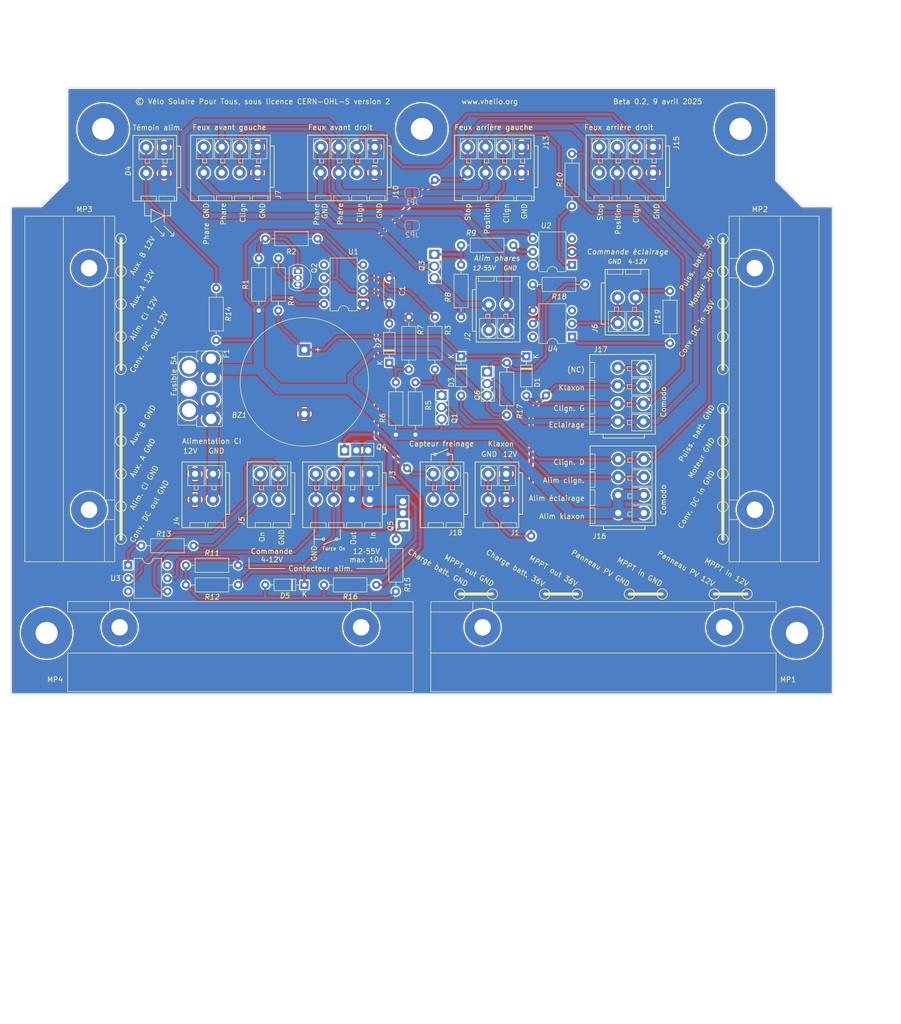
<source format=kicad_pcb>
(kicad_pcb (version 20211014) (generator pcbnew)

  (general
    (thickness 1.6)
  )

  (paper "A4")
  (layers
    (0 "F.Cu" signal)
    (31 "B.Cu" signal)
    (32 "B.Adhes" user "B.Adhesive")
    (33 "F.Adhes" user "F.Adhesive")
    (34 "B.Paste" user)
    (35 "F.Paste" user)
    (36 "B.SilkS" user "B.Silkscreen")
    (37 "F.SilkS" user "F.Silkscreen")
    (38 "B.Mask" user)
    (39 "F.Mask" user)
    (40 "Dwgs.User" user "User.Drawings")
    (41 "Cmts.User" user "User.Comments")
    (42 "Eco1.User" user "User.Eco1")
    (43 "Eco2.User" user "User.Eco2")
    (44 "Edge.Cuts" user)
    (45 "Margin" user)
    (46 "B.CrtYd" user "B.Courtyard")
    (47 "F.CrtYd" user "F.Courtyard")
    (48 "B.Fab" user)
    (49 "F.Fab" user)
    (50 "User.1" user)
    (51 "User.2" user)
    (52 "User.3" user)
    (53 "User.4" user)
    (54 "User.5" user)
    (55 "User.6" user)
    (56 "User.7" user)
    (57 "User.8" user)
    (58 "User.9" user)
  )

  (setup
    (stackup
      (layer "F.SilkS" (type "Top Silk Screen"))
      (layer "F.Paste" (type "Top Solder Paste"))
      (layer "F.Mask" (type "Top Solder Mask") (thickness 0.01))
      (layer "F.Cu" (type "copper") (thickness 0.035))
      (layer "dielectric 1" (type "core") (thickness 1.51) (material "FR4") (epsilon_r 4.5) (loss_tangent 0.02))
      (layer "B.Cu" (type "copper") (thickness 0.035))
      (layer "B.Mask" (type "Bottom Solder Mask") (thickness 0.01))
      (layer "B.Paste" (type "Bottom Solder Paste"))
      (layer "B.SilkS" (type "Bottom Silk Screen"))
      (copper_finish "None")
      (dielectric_constraints no)
    )
    (pad_to_mask_clearance 0)
    (pcbplotparams
      (layerselection 0x00010e0_ffffffff)
      (disableapertmacros false)
      (usegerberextensions false)
      (usegerberattributes true)
      (usegerberadvancedattributes true)
      (creategerberjobfile true)
      (svguseinch false)
      (svgprecision 6)
      (excludeedgelayer true)
      (plotframeref false)
      (viasonmask false)
      (mode 1)
      (useauxorigin false)
      (hpglpennumber 1)
      (hpglpenspeed 20)
      (hpglpendiameter 15.000000)
      (dxfpolygonmode true)
      (dxfimperialunits true)
      (dxfusepcbnewfont true)
      (psnegative false)
      (psa4output false)
      (plotreference true)
      (plotvalue true)
      (plotinvisibletext false)
      (sketchpadsonfab false)
      (subtractmaskfromsilk false)
      (outputformat 1)
      (mirror false)
      (drillshape 0)
      (scaleselection 1)
      (outputdirectory "")
    )
  )

  (net 0 "")
  (net 1 "GND")
  (net 2 "Net-(F1-Pad2)")
  (net 3 "Net-(D1-Pad2)")
  (net 4 "Net-(D3-Pad2)")
  (net 5 "/Phares")
  (net 6 "Net-(J13-Pad4)")
  (net 7 "Net-(J1-Pad2)")
  (net 8 "/Flasher/Out")
  (net 9 "unconnected-(J17-Pad4)")
  (net 10 "/12V_5A")
  (net 11 "Net-(Q1-Pad1)")
  (net 12 "Net-(C1-Pad1)")
  (net 13 "Net-(Q2-Pad1)")
  (net 14 "unconnected-(U1-Pad5)")
  (net 15 "Net-(Q2-Pad2)")
  (net 16 "/Flasher/Enable")
  (net 17 "Net-(Q2-Pad3)")
  (net 18 "Net-(R3-Pad1)")
  (net 19 "Net-(D2-Pad1)")
  (net 20 "/Contacteur Phares/Input")
  (net 21 "/Contacteur Phares/GND")
  (net 22 "/Contacteur Phares/Output")
  (net 23 "Net-(Q3-Pad1)")
  (net 24 "Net-(R9-Pad2)")
  (net 25 "Net-(R10-Pad1)")
  (net 26 "unconnected-(U2-Pad3)")
  (net 27 "unconnected-(U2-Pad6)")
  (net 28 "Net-(D4-Pad2)")
  (net 29 "/Conv12V_In.Vbatt")
  (net 30 "Net-(D5-Pad2)")
  (net 31 "Net-(Q4-Pad1)")
  (net 32 "/Contacteur alim./Input")
  (net 33 "/Contacteur alim./SW_On")
  (net 34 "unconnected-(U3-Pad3)")
  (net 35 "unconnected-(U3-Pad6)")
  (net 36 "/Contacteur alim./GND")
  (net 37 "/Contacteur alim./Cmd_GND")
  (net 38 "/Contacteur alim./Cmd_On")
  (net 39 "Net-(Q5-Pad1)")
  (net 40 "Net-(J6-Pad1)")
  (net 41 "Net-(J6-Pad2)")
  (net 42 "Net-(Q6-Pad1)")
  (net 43 "Net-(R18-Pad2)")
  (net 44 "Net-(R19-Pad1)")
  (net 45 "unconnected-(U4-Pad3)")
  (net 46 "unconnected-(U4-Pad6)")
  (net 47 "Net-(R13-Pad1)")

  (footprint "circuit:Wago_221-500_SplicingConnectorHolder" (layer "F.Cu") (at 95.25 82.55 90))

  (footprint "Resistor_THT:R_Axial_DIN0207_L6.3mm_D2.5mm_P10.16mm_Horizontal" (layer "F.Cu") (at 105.41 113.03))

  (footprint "circuit:MountingHole_5mm" (layer "F.Cu") (at 87 130))

  (footprint "circuit:Buzzer_25x16_12.5" (layer "F.Cu") (at 137.16 74.93 -90))

  (footprint "circuit:TO-251-3_Vertical" (layer "F.Cu") (at 144.97 94.5))

  (footprint "Resistor_THT:R_Axial_DIN0207_L6.3mm_D2.5mm_P10.16mm_Horizontal" (layer "F.Cu") (at 114.08 116.84))

  (footprint "Diode_THT:D_DO-35_SOD27_P7.62mm_Horizontal" (layer "F.Cu") (at 137.16 120.65 180))

  (footprint "circuit:Generic_FuseHolder_MINI" (layer "F.Cu") (at 118.99 76.675 -90))

  (footprint "Resistor_THT:R_Axial_DIN0207_L6.3mm_D2.5mm_P10.16mm_Horizontal" (layer "F.Cu") (at 167.64 68.58 90))

  (footprint "Resistor_THT:R_Axial_DIN0207_L6.3mm_D2.5mm_P10.16mm_Horizontal" (layer "F.Cu") (at 124.24 120.65 180))

  (footprint "circuit:TerminalBlock_Wago_2601-3102_1x02_P3.50mm_Vertical" (layer "F.Cu") (at 119.38 104.06 180))

  (footprint "Resistor_THT:R_Axial_DIN0207_L6.3mm_D2.5mm_P10.16mm_Horizontal" (layer "F.Cu") (at 162.56 68.58 -90))

  (footprint "circuit:MountingHole_5mm" (layer "F.Cu") (at 98 32))

  (footprint "circuit:TerminalBlock_Wago_2601-3104_1x04_P3.50mm_Vertical" (layer "F.Cu") (at 179.4 40.5 180))

  (footprint "Package_DIP:DIP-8_W7.62mm" (layer "F.Cu") (at 148.59 66.04 180))

  (footprint "circuit:TerminalBlock_Wago_2601-3102_1x02_P3.50mm_Vertical" (layer "F.Cu") (at 109.855 40.56 180))

  (footprint "Resistor_THT:R_Axial_DIN0207_L6.3mm_D2.5mm_P10.16mm_Horizontal" (layer "F.Cu") (at 208.28 73.66 90))

  (footprint "circuit:Strap_D2.0mm_Drill1.0mm" (layer "F.Cu") (at 181.27 111.125))

  (footprint "circuit:TerminalBlock_Wago_2601-3104_1x04_P3.50mm_Vertical" (layer "F.Cu") (at 205 40.5 180))

  (footprint "Resistor_THT:R_Axial_DIN0207_L6.3mm_D2.5mm_P10.16mm_Horizontal" (layer "F.Cu") (at 167.64 54.61))

  (footprint "Resistor_THT:R_Axial_DIN0207_L6.3mm_D2.5mm_P10.16mm_Horizontal" (layer "F.Cu") (at 191.77 62.23 180))

  (footprint "circuit:MountingHole_5mm" (layer "F.Cu") (at 222 32))

  (footprint "Diode_THT:D_DO-35_SOD27_P7.62mm_Horizontal" (layer "F.Cu") (at 180.34 76.2 -90))

  (footprint "Resistor_THT:R_Axial_DIN0207_L6.3mm_D2.5mm_P10.16mm_Horizontal" (layer "F.Cu") (at 189.23 46.99 90))

  (footprint "Package_DIP:DIP-6_W7.62mm" (layer "F.Cu") (at 189.23 72.39 180))

  (footprint "circuit:TO-92L_Inline" (layer "F.Cu") (at 135.89 59.69 -90))

  (footprint "circuit:TerminalBlock_Wago_2601-3104_1x04_P3.50mm_Vertical" (layer "F.Cu") (at 128.06 40.5 180))

  (footprint "circuit:TO-251-3_Vertical" (layer "F.Cu") (at 162.44 56.38 -90))

  (footprint "Resistor_THT:R_Axial_DIN0207_L6.3mm_D2.5mm_P10.16mm_Horizontal" (layer "F.Cu") (at 157.48 78.74 90))

  (footprint "Resistor_THT:R_Axial_DIN0207_L6.3mm_D2.5mm_P10.16mm_Horizontal" (layer "F.Cu") (at 176.53 87.63 90))

  (footprint "circuit:TerminalBlock_Wago_2601-3102_1x02_P3.50mm_Vertical" (layer "F.Cu") (at 132.08 104.06 180))

  (footprint "circuit:TerminalBlock_Wago_2601-3104_1x04_P3.50mm_Vertical" (layer "F.Cu") (at 198.2 106.68 90))

  (footprint "Resistor_THT:R_Axial_DIN0207_L6.3mm_D2.5mm_P10.16mm_Horizontal" (layer "F.Cu") (at 158.75 91.44 90))

  (footprint "circuit:TerminalBlock_Wago_2601-3104_1x04_P3.50mm_Vertical" (layer "F.Cu") (at 149.86 104.06 180))

  (footprint "Resistor_THT:R_Axial_DIN0207_L6.3mm_D2.5mm_P10.16mm_Horizontal" (layer "F.Cu") (at 154.94 121.92 90))

  (footprint "circuit:TO-251-3_Vertical" (layer "F.Cu") (at 156.33 108.97 90))

  (footprint "Package_DIP:DIP-6_W7.62mm" (layer "F.Cu") (at 102.87 116.84))

  (footprint "circuit:Wago_221-500_SplicingConnectorHolder" (layer "F.Cu") (at 224.79 82.55 -90))

  (footprint "Resistor_THT:R_Axial_DIN0207_L6.3mm_D2.5mm_P10.16mm_Horizontal" (layer "F.Cu")
    (tedit 5AE5139B) (tstamp 9e917f74-9dae-49fc-8761-a104b721a681)
    (at 132.08 57.15 -90)
    (descr "Resistor, Axial_DIN0207 series, Axial, Horizontal, pin pitch=10.16mm, 0.25W = 1/4W, length*diameter=6.3*2.5mm^2, http://cdn-reichelt.de/documents/datenblatt/B400/1_4W%23YAG.pdf")
    (tags "Resistor Axial_DIN0207 series Axial Horizontal pin pitch 10.16mm 0.25W = 1/4W length 6.3mm diameter 2.5mm")
    (property "Sheetfile" "flasher.kicad_sch")
    (property "Sheetname" "Flasher")
    (path "/6fef4bbe-09a8-
... [1741794 chars truncated]
</source>
